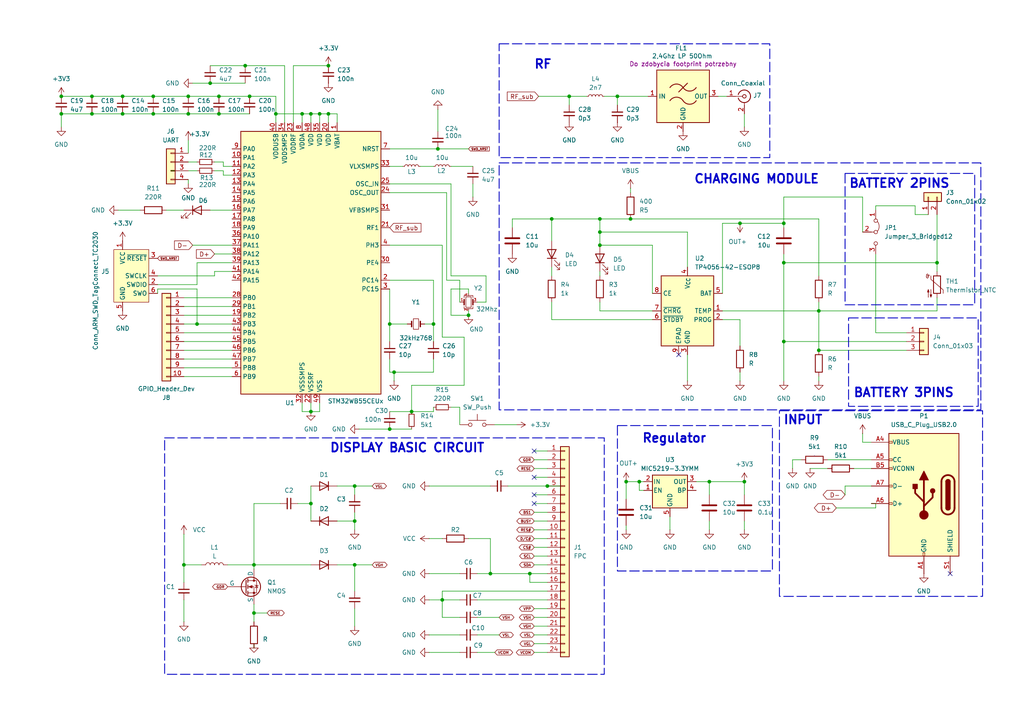
<source format=kicad_sch>
(kicad_sch (version 20250114) (generator "eeschema") (generator_version "9.0")
  (paper "A4")
  (rectangle (start 179.07 123.444) (end 224.028 165.608) (stroke (width 0.254) (type dash)))
  (rectangle (start 246.126 92.202) (end 283.718 117.856) (stroke (width 0.254) (type dash)))
  (rectangle (start 236.22 132.08) (end 236.22 132.08))
  (rectangle (start 144.78 12.7) (end 223.266 45.72) (stroke (width 0.254) (type dash)))
  (rectangle (start 47.752 127) (end 175.26 195.58) (stroke (width 0.254) (type dash)))
  (rectangle (start 226.06 119.126) (end 284.988 172.974) (stroke (width 0.254) (type dash)))
  (rectangle (start 245.11 50.292) (end 282.702 88.392) (stroke (width 0.254) (type dash)))
  (rectangle (start 144.78 47.244) (end 284.48 118.872) (stroke (width 0.254) (type dash)))
  (text "Regulator" (at 195.58 127.254 0) (effects (font (size 2.54 2.54) (thickness 0.508) (bold yes))))
  (text "BATTERY 2PINS" (at 260.858 53.34 0) (effects (font (size 2.54 2.54) (thickness 0.508) (bold yes))))
  (text "BATTERY 3PINS" (at 262.128 114.046 0) (effects (font (size 2.54 2.54) (thickness 0.508) (bold yes))))
  (text "INPUT" (at 232.918 121.92 0) (effects (font (size 2.54 2.54) (thickness 0.508) (bold yes))))
  (text "RF\n" (at 157.48 18.796 0) (effects (font (size 2.54 2.54) (thickness 0.508) (bold yes))))
  (text "CHARGING MODULE" (at 219.456 52.07 0) (effects (font (size 2.54 2.54) (thickness 0.508) (bold yes))))
  (text "DISPLAY BASIC CIRCUIT\n" (at 118.11 130.048 0) (effects (font (size 2.54 2.54) (thickness 0.508) (bold yes))))
  (junction (at 158.75 140.97))
  (junction (at 113.03 124.46))
  (junction (at 90.17 33.02))
  (junction (at 73.66 163.83))
  (junction (at 63.5 27.94))
  (junction (at 205.74 139.7))
  (junction (at 237.49 90.17))
  (junction (at 60.96 24.13))
  (junction (at 95.25 19.05))
  (junction (at 72.39 27.94))
  (junction (at 44.45 33.02))
  (junction (at 17.78 27.94))
  (junction (at 173.99 67.31))
  (junction (at 181.61 139.7))
  (junction (at 63.5 33.02))
  (junction (at 128.27 173.99))
  (junction (at 165.1 27.94))
  (junction (at 92.71 33.02))
  (junction (at 173.99 63.5))
  (junction (at 54.61 27.94))
  (junction (at 113.03 93.98))
  (junction (at 26.67 33.02))
  (junction (at 142.24 166.37))
  (junction (at 26.67 27.94))
  (junction (at 215.9 139.7))
  (junction (at 53.34 163.83))
  (junction (at 90.17 146.05))
  (junction (at 102.87 140.97))
  (junction (at 160.02 63.5))
  (junction (at 102.87 163.83))
  (junction (at 153.67 166.37))
  (junction (at 57.15 93.98))
  (junction (at 17.78 33.02))
  (junction (at 173.99 71.12))
  (junction (at 90.17 119.38))
  (junction (at 227.33 64.77))
  (junction (at 125.73 93.98))
  (junction (at 179.07 27.94))
  (junction (at 44.45 27.94))
  (junction (at 71.12 19.05))
  (junction (at 114.3 107.95))
  (junction (at 54.61 33.02))
  (junction (at 127 43.18))
  (junction (at 214.63 64.77))
  (junction (at 102.87 151.13))
  (junction (at 95.25 33.02))
  (junction (at 35.56 27.94))
  (junction (at 227.33 99.06))
  (junction (at 73.66 177.8))
  (junction (at 182.88 63.5))
  (junction (at 135.89 91.44))
  (junction (at 87.63 33.02))
  (junction (at 237.49 101.6))
  (junction (at 80.01 33.02))
  (junction (at 119.38 119.38))
  (junction (at 271.78 76.2))
  (junction (at 227.33 76.2))
  (junction (at 185.42 139.7))
  (junction (at 35.56 33.02))
  (no_connect (at 154.94 143.51))
  (no_connect (at 154.94 138.43))
  (no_connect (at 196.85 102.87))
  (no_connect (at 154.94 130.81))
  (no_connect (at 154.94 146.05))
  (no_connect (at 275.59 166.37))
  (wire (pts (xy 63.5 33.02) (xy 72.39 33.02)))
  (wire (pts (xy 182.88 63.5) (xy 237.49 63.5)))
  (wire (pts (xy 129.54 55.88) (xy 113.03 55.88)))
  (wire (pts (xy 154.94 148.59) (xy 158.75 148.59)))
  (wire (pts (xy 125.73 119.38) (xy 125.73 118.11)))
  (wire (pts (xy 92.71 116.84) (xy 92.71 119.38)))
  (wire (pts (xy 53.34 91.44) (xy 67.31 91.44)))
  (wire (pts (xy 237.49 101.6) (xy 262.89 101.6)))
  (wire (pts (xy 265.43 62.23) (xy 269.24 62.23)))
  (wire (pts (xy 90.17 146.05) (xy 90.17 151.13)))
  (wire (pts (xy 73.66 146.05) (xy 81.28 146.05)))
  (wire (pts (xy 124.46 189.23) (xy 133.35 189.23)))
  (wire (pts (xy 17.78 33.02) (xy 26.67 33.02)))
  (wire (pts (xy 153.67 166.37) (xy 158.75 166.37)))
  (wire (pts (xy 148.59 66.04) (xy 148.59 63.5)))
  (wire (pts (xy 181.61 139.7) (xy 185.42 139.7)))
  (wire (pts (xy 160.02 77.47) (xy 160.02 80.01)))
  (wire (pts (xy 45.72 83.82) (xy 57.15 83.82)))
  (wire (pts (xy 90.17 33.02) (xy 92.71 33.02)))
  (wire (pts (xy 90.17 140.97) (xy 90.17 146.05)))
  (wire (pts (xy 73.66 163.83) (xy 90.17 163.83)))
  (wire (pts (xy 135.89 91.44) (xy 130.81 91.44)))
  (wire (pts (xy 201.93 139.7) (xy 205.74 139.7)))
  (wire (pts (xy 250.19 57.15) (xy 250.19 67.31)))
  (wire (pts (xy 194.31 149.86) (xy 194.31 153.67)))
  (wire (pts (xy 179.07 27.94) (xy 187.96 27.94)))
  (wire (pts (xy 173.99 63.5) (xy 173.99 67.31)))
  (wire (pts (xy 87.63 33.02) (xy 90.17 33.02)))
  (wire (pts (xy 92.71 119.38) (xy 90.17 119.38)))
  (wire (pts (xy 140.97 80.01) (xy 140.97 87.63)))
  (wire (pts (xy 44.45 27.94) (xy 54.61 27.94)))
  (wire (pts (xy 229.87 133.35) (xy 232.41 133.35)))
  (wire (pts (xy 254 147.32) (xy 242.57 147.32)))
  (wire (pts (xy 205.74 151.13) (xy 205.74 153.67)))
  (wire (pts (xy 113.03 104.14) (xy 113.03 107.95)))
  (wire (pts (xy 80.01 33.02) (xy 87.63 33.02)))
  (wire (pts (xy 181.61 153.67) (xy 181.61 152.4)))
  (wire (pts (xy 102.87 163.83) (xy 107.95 163.83)))
  (wire (pts (xy 53.34 88.9) (xy 67.31 88.9)))
  (wire (pts (xy 85.09 19.05) (xy 95.25 19.05)))
  (wire (pts (xy 87.63 116.84) (xy 87.63 119.38)))
  (wire (pts (xy 48.26 60.96) (xy 53.34 60.96)))
  (wire (pts (xy 53.34 99.06) (xy 67.31 99.06)))
  (wire (pts (xy 154.94 156.21) (xy 158.75 156.21)))
  (wire (pts (xy 125.73 93.98) (xy 125.73 81.28)))
  (wire (pts (xy 97.79 163.83) (xy 102.87 163.83)))
  (wire (pts (xy 85.09 35.56) (xy 85.09 19.05)))
  (wire (pts (xy 189.23 92.71) (xy 160.02 92.71)))
  (wire (pts (xy 102.87 140.97) (xy 107.95 140.97)))
  (wire (pts (xy 45.72 82.55) (xy 57.15 82.55)))
  (wire (pts (xy 80.01 33.02) (xy 80.01 35.56)))
  (wire (pts (xy 173.99 63.5) (xy 182.88 63.5)))
  (wire (pts (xy 227.33 99.06) (xy 227.33 110.49)))
  (wire (pts (xy 90.17 33.02) (xy 90.17 35.56)))
  (wire (pts (xy 53.34 101.6) (xy 67.31 101.6)))
  (wire (pts (xy 250.19 128.27) (xy 252.73 128.27)))
  (wire (pts (xy 129.54 81.28) (xy 129.54 55.88)))
  (wire (pts (xy 154.94 179.07) (xy 158.75 179.07)))
  (wire (pts (xy 55.88 71.12) (xy 67.31 71.12)))
  (wire (pts (xy 97.79 140.97) (xy 102.87 140.97)))
  (wire (pts (xy 104.14 124.46) (xy 113.03 124.46)))
  (wire (pts (xy 215.9 151.13) (xy 215.9 153.67)))
  (wire (pts (xy 250.19 125.73) (xy 250.19 128.27)))
  (wire (pts (xy 147.32 140.97) (xy 158.75 140.97)))
  (wire (pts (xy 60.96 60.96) (xy 67.31 60.96)))
  (wire (pts (xy 215.9 139.7) (xy 215.9 143.51)))
  (wire (pts (xy 182.88 54.61) (xy 182.88 55.88)))
  (wire (pts (xy 60.96 19.05) (xy 71.12 19.05)))
  (wire (pts (xy 113.03 119.38) (xy 119.38 119.38)))
  (wire (pts (xy 154.94 158.75) (xy 158.75 158.75)))
  (wire (pts (xy 173.99 87.63) (xy 173.99 90.17)))
  (wire (pts (xy 214.63 92.71) (xy 214.63 100.33)))
  (wire (pts (xy 102.87 176.53) (xy 102.87 181.61)))
  (wire (pts (xy 128.27 173.99) (xy 133.35 173.99)))
  (wire (pts (xy 181.61 139.7) (xy 181.61 144.78)))
  (wire (pts (xy 130.81 53.34) (xy 130.81 80.01)))
  (wire (pts (xy 128.27 179.07) (xy 128.27 173.99)))
  (wire (pts (xy 158.75 171.45) (xy 128.27 171.45)))
  (wire (pts (xy 128.27 71.12) (xy 128.27 97.79)))
  (wire (pts (xy 102.87 148.59) (xy 102.87 151.13)))
  (wire (pts (xy 153.67 168.91) (xy 153.67 166.37)))
  (wire (pts (xy 77.47 177.8) (xy 73.66 177.8)))
  (wire (pts (xy 92.71 33.02) (xy 92.71 35.56)))
  (wire (pts (xy 137.16 53.34) (xy 137.16 57.15)))
  (wire (pts (xy 124.46 184.15) (xy 133.35 184.15)))
  (wire (pts (xy 265.43 59.69) (xy 265.43 62.23)))
  (wire (pts (xy 170.18 27.94) (xy 165.1 27.94)))
  (wire (pts (xy 209.55 90.17) (xy 237.49 90.17)))
  (wire (pts (xy 140.97 87.63) (xy 138.43 87.63)))
  (wire (pts (xy 80.01 27.94) (xy 80.01 33.02)))
  (wire (pts (xy 114.3 107.95) (xy 114.3 110.49)))
  (wire (pts (xy 62.23 46.99) (xy 64.77 46.99)))
  (wire (pts (xy 234.95 135.89) (xy 240.03 135.89)))
  (wire (pts (xy 125.73 93.98) (xy 125.73 99.06)))
  (wire (pts (xy 86.36 146.05) (xy 90.17 146.05)))
  (wire (pts (xy 237.49 90.17) (xy 271.78 90.17)))
  (wire (pts (xy 62.23 49.53) (xy 64.77 49.53)))
  (wire (pts (xy 154.94 146.05) (xy 158.75 146.05)))
  (wire (pts (xy 252.73 146.05) (xy 254 146.05)))
  (wire (pts (xy 209.55 64.77) (xy 214.63 64.77)))
  (wire (pts (xy 208.28 27.94) (xy 210.82 27.94)))
  (wire (pts (xy 130.81 48.26) (xy 137.16 48.26)))
  (wire (pts (xy 53.34 96.52) (xy 67.31 96.52)))
  (wire (pts (xy 237.49 63.5) (xy 237.49 80.01)))
  (wire (pts (xy 73.66 180.34) (xy 73.66 177.8)))
  (wire (pts (xy 247.65 135.89) (xy 252.73 135.89)))
  (wire (pts (xy 160.02 63.5) (xy 173.99 63.5)))
  (wire (pts (xy 160.02 63.5) (xy 160.02 69.85)))
  (wire (pts (xy 154.94 189.23) (xy 158.75 189.23)))
  (wire (pts (xy 134.62 97.79) (xy 134.62 111.76)))
  (wire (pts (xy 113.03 71.12) (xy 128.27 71.12)))
  (wire (pts (xy 95.25 33.02) (xy 95.25 35.56)))
  (wire (pts (xy 254 96.52) (xy 262.89 96.52)))
  (wire (pts (xy 64.77 49.53) (xy 64.77 50.8)))
  (wire (pts (xy 113.03 107.95) (xy 114.3 107.95)))
  (wire (pts (xy 154.94 138.43) (xy 158.75 138.43)))
  (wire (pts (xy 124.46 156.21) (xy 128.27 156.21)))
  (wire (pts (xy 154.94 151.13) (xy 158.75 151.13)))
  (wire (pts (xy 130.81 91.44) (xy 130.81 83.82)))
  (wire (pts (xy 127 31.75) (xy 127 38.1)))
  (wire (pts (xy 35.56 27.94) (xy 44.45 27.94)))
  (wire (pts (xy 271.78 90.17) (xy 271.78 86.36)))
  (wire (pts (xy 165.1 27.94) (xy 165.1 30.48)))
  (wire (pts (xy 87.63 35.56) (xy 87.63 33.02)))
  (wire (pts (xy 119.38 111.76) (xy 119.38 119.38)))
  (wire (pts (xy 138.43 184.15) (xy 144.78 184.15)))
  (wire (pts (xy 97.79 33.02) (xy 95.25 33.02)))
  (wire (pts (xy 124.46 140.97) (xy 142.24 140.97)))
  (wire (pts (xy 113.03 124.46) (xy 119.38 124.46)))
  (wire (pts (xy 64.77 48.26) (xy 67.31 48.26)))
  (wire (pts (xy 245.11 140.97) (xy 252.73 140.97)))
  (wire (pts (xy 254 59.69) (xy 254 60.96)))
  (wire (pts (xy 154.94 130.81) (xy 158.75 130.81)))
  (wire (pts (xy 102.87 143.51) (xy 102.87 140.97)))
  (wire (pts (xy 133.35 87.63) (xy 133.35 81.28)))
  (wire (pts (xy 160.02 87.63) (xy 160.02 92.71)))
  (wire (pts (xy 82.55 35.56) (xy 82.55 19.05)))
  (wire (pts (xy 45.72 83.82) (xy 45.72 85.09)))
  (wire (pts (xy 113.03 53.34) (xy 130.81 53.34)))
  (wire (pts (xy 124.46 166.37) (xy 133.35 166.37)))
  (wire (pts (xy 254 59.69) (xy 265.43 59.69)))
  (wire (pts (xy 205.74 139.7) (xy 215.9 139.7)))
  (wire (pts (xy 95.25 33.02) (xy 92.71 33.02)))
  (wire (pts (xy 121.92 48.26) (xy 125.73 48.26)))
  (wire (pts (xy 53.34 93.98) (xy 57.15 93.98)))
  (wire (pts (xy 113.03 93.98) (xy 118.11 93.98)))
  (wire (pts (xy 173.99 78.74) (xy 173.99 80.01)))
  (wire (pts (xy 179.07 27.94) (xy 179.07 30.48)))
  (wire (pts (xy 227.33 76.2) (xy 271.78 76.2)))
  (wire (pts (xy 175.26 27.94) (xy 179.07 27.94)))
  (wire (pts (xy 73.66 163.83) (xy 73.66 146.05)))
  (wire (pts (xy 173.99 67.31) (xy 199.39 67.31)))
  (wire (pts (xy 237.49 109.22) (xy 237.49 110.49)))
  (wire (pts (xy 186.69 142.24) (xy 185.42 142.24)))
  (wire (pts (xy 240.03 133.35) (xy 252.73 133.35)))
  (wire (pts (xy 26.67 33.02) (xy 35.56 33.02)))
  (wire (pts (xy 154.94 135.89) (xy 158.75 135.89)))
  (wire (pts (xy 205.74 139.7) (xy 205.74 143.51)))
  (wire (pts (xy 114.3 107.95) (xy 125.73 107.95)))
  (wire (pts (xy 130.81 80.01) (xy 140.97 80.01)))
  (wire (pts (xy 173.99 90.17) (xy 189.23 90.17)))
  (wire (pts (xy 97.79 35.56) (xy 97.79 33.02)))
  (wire (pts (xy 45.72 80.01) (xy 62.23 80.01)))
  (wire (pts (xy 60.96 24.13) (xy 71.12 24.13)))
  (wire (pts (xy 54.61 33.02) (xy 63.5 33.02)))
  (wire (pts (xy 154.94 163.83) (xy 158.75 163.83)))
  (wire (pts (xy 66.04 163.83) (xy 73.66 163.83)))
  (wire (pts (xy 209.55 92.71) (xy 214.63 92.71)))
  (wire (pts (xy 154.94 181.61) (xy 158.75 181.61)))
  (wire (pts (xy 55.88 24.13) (xy 60.96 24.13)))
  (wire (pts (xy 154.94 133.35) (xy 158.75 133.35)))
  (wire (pts (xy 214.63 107.95) (xy 214.63 110.49)))
  (wire (pts (xy 128.27 97.79) (xy 134.62 97.79)))
  (wire (pts (xy 53.34 86.36) (xy 67.31 86.36)))
  (wire (pts (xy 102.87 171.45) (xy 102.87 163.83)))
  (wire (pts (xy 54.61 46.99) (xy 57.15 46.99)))
  (wire (pts (xy 245.11 143.51) (xy 245.11 140.97)))
  (wire (pts (xy 254 73.66) (xy 254 96.52)))
  (wire (pts (xy 154.94 186.69) (xy 158.75 186.69)))
  (wire (pts (xy 73.66 163.83) (xy 73.66 165.1)))
  (wire (pts (xy 185.42 139.7) (xy 185.42 142.24)))
  (wire (pts (xy 237.49 90.17) (xy 237.49 101.6)))
  (wire (pts (xy 102.87 153.67) (xy 102.87 151.13)))
  (wire (pts (xy 125.73 81.28) (xy 113.03 81.28)))
  (wire (pts (xy 143.51 123.19) (xy 149.86 123.19)))
  (wire (pts (xy 90.17 116.84) (xy 90.17 119.38)))
  (wire (pts (xy 134.62 111.76) (xy 119.38 111.76)))
  (wire (pts (xy 227.33 99.06) (xy 262.89 99.06)))
  (wire (pts (xy 53.34 154.94) (xy 53.34 163.83)))
  (wire (pts (xy 62.23 78.74) (xy 67.31 78.74)))
  (wire (pts (xy 135.89 83.82) (xy 135.89 85.09)))
  (wire (pts (xy 113.03 48.26) (xy 116.84 48.26)))
  (wire (pts (xy 113.03 99.06) (xy 113.03 93.98)))
  (wire (pts (xy 54.61 27.94) (xy 63.5 27.94)))
  (wire (pts (xy 138.43 179.07) (xy 144.78 179.07)))
  (wire (pts (xy 215.9 33.02) (xy 215.9 36.83)))
  (wire (pts (xy 54.61 52.07) (xy 54.61 53.34)))
  (wire (pts (xy 237.49 87.63) (xy 237.49 90.17)))
  (wire (pts (xy 64.77 46.99) (xy 64.77 48.26)))
  (wire (pts (xy 135.89 156.21) (xy 142.24 156.21)))
  (wire (pts (xy 173.99 67.31) (xy 173.99 71.12)))
  (wire (pts (xy 17.78 27.94) (xy 26.67 27.94)))
  (wire (pts (xy 26.67 27.94) (xy 35.56 27.94)))
  (wire (pts (xy 71.12 19.05) (xy 82.55 19.05)))
  (wire (pts (xy 142.24 156.21) (xy 142.24 166.37)))
  (wire (pts (xy 34.29 60.96) (xy 40.64 60.96)))
  (wire (pts (xy 199.39 102.87) (xy 199.39 110.49)))
  (wire (pts (xy 209.55 64.77) (xy 209.55 85.09)))
  (wire (pts (xy 185.42 139.7) (xy 186.69 139.7)))
  (wire (pts (xy 53.34 104.14) (xy 67.31 104.14)))
  (wire (pts (xy 154.94 184.15) (xy 158.75 184.15)))
  (wire (pts (xy 138.43 166.37) (xy 142.24 166.37)))
  (wire (pts (xy 156.21 27.94) (xy 165.1 27.94)))
  (wire (pts (xy 63.5 27.94) (xy 72.39 27.94)))
  (wire (pts (xy 57.15 76.2) (xy 67.31 76.2)))
  (wire (pts (xy 128.27 171.45) (xy 128.27 173.99)))
  (wire (pts (xy 148.59 63.5) (xy 160.02 63.5)))
  (wire (pts (xy 53.34 163.83) (xy 58.42 163.83)))
  (wire (pts (xy 227.33 64.77) (xy 227.33 66.04)))
  (wire (pts (xy 189.23 71.12) (xy 173.99 71.12)))
  (wire (pts (xy 154.94 176.53) (xy 158.75 176.53)))
  (wire (pts (xy 53.34 173.99) (xy 53.34 180.34)))
  (wire (pts (xy 123.19 93.98) (xy 125.73 93.98)))
  (wire (pts (xy 127 43.18) (xy 135.89 43.18)))
  (wire (pts (xy 57.15 82.55) (xy 57.15 76.2)))
  (wire (pts (xy 64.77 50.8) (xy 67.31 50.8)))
  (wire (pts (xy 49.53 49.53) (xy 50.8 49.53)))
  (wire (pts (xy 133.35 179.07) (xy 128.27 179.07)))
  (wire (pts (xy 97.79 151.13) (xy 102.87 151.13)))
  (wire (pts (xy 73.66 187.96) (xy 73.66 186.69)))
  (wire (pts (xy 142.24 166.37) (xy 153.67 166.37)))
  (wire (pts (xy 158.75 140.97) (xy 162.56 140.97)))
  (wire (pts (xy 87.63 119.38) (xy 90.17 119.38)))
  (wire (pts (xy 227.33 73.66) (xy 227.33 76.2)))
  (wire (pts (xy 133.35 118.11) (xy 133.35 123.19)))
  (wire (pts (xy 199.39 67.31) (xy 199.39 77.47)))
  (wire (pts (xy 271.78 62.23) (xy 271.78 76.2)))
  (wire (pts (xy 158.75 168.91) (xy 153.67 168.91)))
  (wire (pts (xy 44.45 33.02) (xy 54.61 33.02)))
  (wire (pts (xy 73.66 177.8) (xy 73.66 175.26)))
  (wire (pts (xy 125.73 107.95) (xy 125.73 104.14)))
  (wire (pts (xy 113.03 83.82) (xy 113.03 93.98)))
  (wire (pts (xy 130.81 83.82) (xy 135.89 83.82)))
  (wire (pts (xy 62.23 80.01) (xy 62.23 78.74)))
  (wire (pts (xy 138.43 189.23) (xy 143.51 189.23)))
  (wire (pts (xy 214.63 64.77) (xy 227.33 64.77)))
  (wire (pts (xy 72.39 27.94) (xy 80.01 27.94)))
  (wire (pts (xy 154.94 153.67) (xy 158.75 153.67)))
  (wire (pts (xy 135.89 90.17) (xy 135.89 91.44)))
  (wire (pts (xy 119.38 119.38) (xy 125.73 119.38)))
  (wire (pts (xy 130.81 118.11) (xy 133.35 118.11)))
  (wire (pts (xy 227.33 64.77) (xy 227.33 57.15)))
  (wire (pts (xy 254 146.05) (xy 254 147.32)))
  (wire (pts (xy 227.33 57.15) (xy 250.19 57.15)))
  (wire (pts (xy 57.15 83.82) (xy 57.15 93.98)))
  (wire (pts (xy 53.34 106.68) (xy 67.31 106.68)))
  (wire (pts (xy 17.78 36.83) (xy 17.78 33.02)))
  (wire (pts (xy 113.03 43.18) (xy 127 43.18)))
  (wire (pts (xy 54.61 40.64) (xy 54.61 44.45)))
  (wire (pts (xy 35.56 33.02) (xy 44.45 33.02)))
  (wire (pts (xy 189.23 85.09) (xy 189.23 71.12)))
  (wire (pts (xy 133.35 81.28) (xy 129.54 81.28)))
  (wire (pts (xy 154.94 143.51) (xy 158.75 143.51)))
  (wire (pts (xy 53.34 168.91) (xy 53.34 163.83)))
  (wire (pts (xy 57.15 93.98) (xy 67.31 93.98)))
  (wire (pts (xy 154.94 161.29) (xy 158.75 161.29)))
  (wire (pts (xy 124.46 173.99) (xy 128.27 173.99)))
  (wire (pts (xy 227.33 76.2) (xy 227.33 99.06)))
  (wire (pts (xy 138.43 173.99) (xy 158.75 173.99)))
  (wire (pts (xy 229.87 135.89) (xy 229.87 133.35)))
  (wire (pts (xy 53.34 109.22) (xy 67.31 109.22)))
  (wire (pts (xy 54.61 49.53) (xy 57.15 49.53)))
  (wire (pts (xy 62.23 73.66) (xy 67.31 73.66)))
  (wire (pts (xy 271.78 76.2) (xy 271.78 78.74)))
  (global_label "VGH" (shape bidirectional) (at 107.95 163.83 0) (effects (font (size 0.762 0.762))) (property "Intersheetrefs" "${INTERSHEET_REFS}" (effects (hide yes))))
  (global_label "RES#" (shape bidirectional) (at 154.94 153.67 180) (effects (font (size 0.762 0.762))) (property "Intersheetrefs" "${INTERSHEET_REFS}" (effects (hide yes))))
  (global_label "D-" (shape input) (at 55.88 71.12 180) (property "Intersheetrefs" "${INTERSHEET_REFS}" (effects (hide yes))))
  (global_label "VCOM" (shape bidirectional) (at 143.51 189.23 0) (effects (font (size 0.762 0.762))) (property "Intersheetrefs" "${INTERSHEET_REFS}" (effects (hide yes))))
  (global_label "RESE" (shape bidirectional) (at 77.47 177.8 0) (effects (font (size 0.762 0.762))) (property "Intersheetrefs" "${INTERSHEET_REFS}" (effects (hide yes))))
  (global_label "VCOM" (shape bidirectional) (at 154.94 189.23 180) (effects (font (size 0.762 0.762))) (property "Intersheetrefs" "${INTERSHEET_REFS}" (effects (hide yes))))
  (global_label "SWD_NRST" (shape input) (at 45.72 74.93 0) (effects (font (size 0.635 0.635))) (property "Intersheetrefs" "${INTERSHEET_REFS}" (effects (hide yes))))
  (global_label "VSL" (shape bidirectional) (at 154.94 184.15 180) (effects (font (size 0.762 0.762))) (property "Intersheetrefs" "${INTERSHEET_REFS}" (effects (hide yes))))
  (global_label "GDR" (shape bidirectional) (at 154.94 133.35 180) (effects (font (size 0.762 0.762))) (property "Intersheetrefs" "${INTERSHEET_REFS}" (effects (hide yes))))
  (global_label "D+" (shape input) (at 62.23 73.66 180) (property "Intersheetrefs" "${INTERSHEET_REFS}" (effects (hide yes))))
  (global_label "D+" (shape bidirectional) (at 242.57 147.32 180) (property "Intersheetrefs" "${INTERSHEET_REFS}" (effects (hide yes))))
  (global_label "CS#" (shape bidirectional) (at 154.94 158.75 180) (effects (font (size 0.762 0.762))) (property "Intersheetrefs" "${INTERSHEET_REFS}" (effects (hide yes))))
  (global_label "BS1" (shape bidirectional) (at 154.94 148.59 180) (effects (font (size 0.762 0.762))) (property "Intersheetrefs" "${INTERSHEET_REFS}" (effects (hide yes))))
  (global_label "VGH" (shape bidirectional) (at 154.94 181.61 180) (effects (font (size 0.762 0.762))) (property "Intersheetrefs" "${INTERSHEET_REFS}" (effects (hide yes))))
  (global_label "VGL" (shape bidirectional) (at 154.94 186.69 180) (effects (font (size 0.762 0.762))) (property "Intersheetrefs" "${INTERSHEET_REFS}" (effects (hide yes))))
  (global_label "SCL" (shape bidirectional) (at 154.94 161.29 180) (effects (font (size 0.762 0.762))) (property "Intersheetrefs" "${INTERSHEET_REFS}" (effects (hide yes))))
  (global_label "GDR" (shape bidirectional) (at 66.04 170.18 180) (effects (font (size 0.762 0.762))) (property "Intersheetrefs" "${INTERSHEET_REFS}" (effects (hide yes))))
  (global_label "BUSY" (shape bidirectional) (at 154.94 151.13 180) (effects (font (size 0.762 0.762))) (property "Intersheetrefs" "${INTERSHEET_REFS}" (effects (hide yes))))
  (global_label "VPP" (shape bidirectional) (at 154.94 176.53 180) (effects (font (size 0.762 0.762))) (property "Intersheetrefs" "${INTERSHEET_REFS}" (effects (hide yes))))
  (global_label "VSH" (shape bidirectional) (at 144.78 179.07 0) (effects (font (size 0.762 0.762))) (property "Intersheetrefs" "${INTERSHEET_REFS}" (effects (hide yes))))
  (global_label "SWD_NRST" (shape input) (at 135.89 43.18 0) (effects (font (size 0.635 0.635))) (property "Intersheetrefs" "${INTERSHEET_REFS}" (effects (hide yes))))
  (global_label "RF_sub" (shape input) (at 156.21 27.94 180) (property "Intersheetrefs" "${INTERSHEET_REFS}" (effects (hide yes))))
  (global_label "VSL" (shape bidirectional) (at 144.78 184.15 0) (effects (font (size 0.762 0.762))) (property "Intersheetrefs" "${INTERSHEET_REFS}" (effects (hide yes))))
  (global_label "D{slash}C#" (shape bidirectional) (at 154.94 156.21 180) (effects (font (size 0.762 0.762))) (property "Intersheetrefs" "${INTERSHEET_REFS}" (effects (hide yes))))
  (global_label "RF_sub" (shape input) (at 113.03 66.04 0) (property "Intersheetrefs" "${INTERSHEET_REFS}" (effects (hide yes))))
  (global_label "VSH" (shape bidirectional) (at 154.94 179.07 180) (effects (font (size 0.762 0.762))) (property "Intersheetrefs" "${INTERSHEET_REFS}" (effects (hide yes))))
  (global_label "RESE" (shape bidirectional) (at 154.94 135.89 180) (effects (font (size 0.762 0.762))) (property "Intersheetrefs" "${INTERSHEET_REFS}" (effects (hide yes))))
  (global_label "D-" (shape bidirectional) (at 245.11 143.51 180) (property "Intersheetrefs" "${INTERSHEET_REFS}" (effects (hide yes))))
  (global_label "VGL" (shape bidirectional) (at 107.95 140.97 0) (effects (font (size 0.762 0.762))) (property "Intersheetrefs" "${INTERSHEET_REFS}" (effects (hide yes))))
  (global_label "SDA" (shape bidirectional) (at 154.94 163.83 180) (effects (font (size 0.762 0.762))) (property "Intersheetrefs" "${INTERSHEET_REFS}" (effects (hide yes))))
  (symbol (lib_id "power:GND") (at 124.46 189.23 270) (unit 1)
    (property "Reference" "#PWR010" (effects (hide yes)))
    (property "Value" "GND" (at 120.65 189.2299 90) (effects (justify right)))
    (property "Description" "Power symbol creates a global label with name \"GND\" , ground" (effects (hide yes)))
  )
  (symbol (lib_id "Connector_Generic:Conn_01x02") (at 269.24 57.15 90) (unit 1)
    (property "Reference" "J3" (at 274.32 55.8799 90) (effects (justify right)))
    (property "Value" "Conn_01x02" (at 274.32 58.4199 90) (effects (justify right)))
    (property "Description" "Generic connector, single row, 01x02, script generated (kicad-library-utils/schlib/autogen/connector/)" (effects (hide yes)))
  )
  (symbol (lib_id "power:GND") (at 179.07 35.56 0) (unit 1)
    (property "Reference" "#PWR050" (effects (hide yes)))
    (property "Value" "GND" (at 179.07 40.64 0))
    (property "Description" "Power symbol creates a global label with name \"GND\" , ground" (effects (hide yes)))
  )
  (symbol (lib_id "Device:C_Small") (at 113.03 101.6 0) (unit 1)
    (property "Reference" "C27" (at 115.57 100.3362 0) (effects (justify left)))
    (property "Value" "10p" (at 115.57 102.8762 0) (effects (justify left)))
    (property "Description" "Unpolarized capacitor, small symbol" (effects (hide yes)))
  )
  (symbol (lib_id "Device:C_Small") (at 137.16 50.8 0) (unit 1)
    (property "Reference" "C25" (at 139.7 49.5362 0) (effects (justify left)))
    (property "Value" "4u7" (at 139.7 52.0762 0) (effects (justify left)))
    (property "Description" "Unpolarized capacitor, small symbol" (effects (hide yes)))
  )
  (symbol (lib_id "Device:R") (at 182.88 59.69 0) (mirror x) (unit 1)
    (property "Reference" "R5" (at 185.42 60.9601 0) (effects (justify left)))
    (property "Value" "400" (at 185.42 58.4201 0) (effects (justify left)))
    (property "Description" "Resistor" (effects (hide yes)))
  )
  (symbol (lib_id "Connector_Generic:Conn_01x03") (at 267.97 99.06 0) (unit 1)
    (property "Reference" "J4" (at 270.51 97.7899 0) (effects (justify left)))
    (property "Value" "Conn_01x03" (at 270.51 100.3299 0) (effects (justify left)))
    (property "Description" "Generic connector, single row, 01x03, script generated (kicad-library-utils/schlib/autogen/connector/)" (effects (hide yes)))
  )
  (symbol (lib_id "Device:C_Small") (at 60.96 21.59 0) (unit 1)
    (property "Reference" "C22" (at 63.5 20.3262 0) (effects (justify left)))
    (property "Value" "4u7" (at 63.5 22.8662 0) (effects (justify left)))
    (property "Description" "Unpolarized capacitor, small symbol" (effects (hide yes)))
  )
  (symbol (lib_id "power:GND") (at 229.87 135.89 0) (unit 1)
    (property "Reference" "#PWR020" (effects (hide yes)))
    (property "Value" "GND" (at 229.87 140.97 0))
    (property "Description" "Power symbol creates a global label with name \"GND\" , ground" (effects (hide yes)))
  )
  (symbol (lib_id "Device:Crystal_GND24_Small") (at 135.89 87.63 0) (unit 1)
    (property "Reference" "Y2" (at 138.684 83.566 0))
    (property "Value" "32Mhz" (at 141.224 89.662 0))
    (property "Description" "Four pin crystal, GND on pins 2 and 4, small symbol" (effects (hide yes)))
  )
  (symbol (lib_id "Device:C_Small") (at 44.45 30.48 0) (unit 1)
    (property "Reference" "C15" (at 46.99 29.2162 0) (effects (justify left)))
    (property "Value" "100n" (at 46.99 31.7562 0) (effects (justify left)))
    (property "Description" "Unpolarized capacitor, small symbol" (effects (hide yes)))
  )
  (symbol (lib_id "Simulation_SPICE:NMOS") (at 71.12 170.18 0) (unit 1)
    (property "Reference" "Q1" (at 77.47 168.9099 0) (effects (justify left)))
    (property "Value" "NMOS" (at 77.47 171.4499 0) (effects (justify left)))
    (property "Datasheet" "https://ngspice.sourceforge.io/docs/ngspice-html-manual/manual.xhtml#cha_MOSFETs" (effects (hide yes)))
    (property "Description" "N-MOSFET transistor, drain/source/gate" (effects (hide yes)))
    (property "Sim.Device" "NMOS" (effects (hide yes)))
    (property "Sim.Type" "VDMOS" (effects (hide yes)))
    (property "Sim.Pins" "1=D 2=G 3=S" (effects (hide yes)))
  )
  (symbol (lib_id "Device:R_Small") (at 59.69 46.99 90) (unit 1)
    (property "Reference" "R12" (at 59.69 44.958 90))
    (property "Value" "220R" (at 60.198 42.926 90))
    (property "Description" "Resistor, small symbol" (effects (hide yes)))
  )
  (symbol (lib_id "Connector_Generic:Conn_01x04") (at 49.53 46.99 0) (mirror y) (unit 1)
    (property "Reference" "J6" (at 49.53 38.1 0))
    (property "Value" "UART" (at 49.53 40.64 0))
    (property "Description" "Generic connector, single row, 01x04, script generated (kicad-library-utils/schlib/autogen/connector/)" (effects (hide yes)))
  )
  (symbol (lib_id "Device:C_Small") (at 63.5 30.48 0) (unit 1)
    (property "Reference" "C17" (at 66.04 29.2162 0) (effects (justify left)))
    (property "Value" "100n" (at 66.04 31.7562 0) (effects (justify left)))
    (property "Description" "Unpolarized capacitor, small symbol" (effects (hide yes)))
  )
  (symbol (lib_id "Device:C_Small") (at 71.12 21.59 0) (unit 1)
    (property "Reference" "C21" (at 73.66 20.3262 0) (effects (justify left)))
    (property "Value" "100n" (at 73.66 22.8662 0) (effects (justify left)))
    (property "Description" "Unpolarized capacitor, small symbol" (effects (hide yes)))
  )
  (symbol (lib_id "power:GND") (at 127 31.75 180) (unit 1)
    (property "Reference" "#PWR036" (effects (hide yes)))
    (property "Value" "GND" (at 127 26.67 0))
    (property "Description" "Power symbol creates a global label with name \"GND\" , ground" (effects (hide yes)))
  )
  (symbol (lib_id "power:GND") (at 194.31 153.67 0) (unit 1)
    (property "Reference" "#PWR051" (effects (hide yes)))
    (property "Value" "GND" (at 194.31 158.75 0))
    (property "Description" "Power symbol creates a global label with name \"GND\" , ground" (effects (hide yes)))
  )
  (symbol (lib_id "Device:R") (at 236.22 133.35 90) (unit 1)
    (property "Reference" "R9" (at 236.22 127 90))
    (property "Value" "5k1" (at 236.22 129.54 90))
    (property "Description" "Resistor" (effects (hide yes)))
  )
  (symbol (lib_id "power:GND") (at 198.12 38.1 0) (unit 1)
    (property "Reference" "#PWR040" (effects (hide yes)))
    (property "Value" "GND" (at 198.12 43.18 0))
    (property "Description" "Power symbol creates a global label with name \"GND\" , ground" (effects (hide yes)))
  )
  (symbol (lib_id "power:GND") (at 17.78 36.83 0) (unit 1)
    (property "Reference" "#PWR026" (effects (hide yes)))
    (property "Value" "GND" (at 17.78 41.91 0))
    (property "Description" "Power symbol creates a global label with name \"GND\" , ground" (effects (hide yes)))
  )
  (symbol (lib_id "Device:LED") (at 173.99 74.93 90) (unit 1)
    (property "Reference" "D5" (at 177.8 75.2474 90) (effects (justify right)))
    (property "Value" "LED" (at 177.8 77.7874 90) (effects (justify right)))
    (property "Description" "Light emitting diode" (effects (hide yes)))
    (property "Sim.Pins" "1=K 2=A" (effects (hide yes)))
  )
  (symbol (lib_id "power:GND") (at 53.34 180.34 0) (unit 1)
    (property "Reference" "#PWR044" (effects (hide yes)))
    (property "Value" "GND" (at 53.34 185.42 0))
    (property "Description" "Power symbol creates a global label with name \"GND\" , ground" (effects (hide yes)))
  )
  (symbol (lib_id "Device:LED") (at 57.15 60.96 0) (unit 1)
    (property "Reference" "D6" (at 58.928 58.166 0))
    (property "Value" "LED" (effects (hide yes)))
    (property "Description" "Light emitting diode" (effects (hide yes)))
    (property "Sim.Pins" "1=K 2=A" (effects (hide yes)))
  )
  (symbol (lib_id "MCU_ST_STM32WB:STM32WB55CEUx") (at 90.17 76.2 0) (mirror y) (unit 1)
    (property "Reference" "U1" (at 85.4867 116.84 0) (effects (justify left)))
    (property "Value" "STM32WB55CEUx" (at 111.252 116.332 0) (effects (justify left)))
    (property "Footprint" "Package_DFN_QFN:QFN-48-1EP_7x7mm_P0.5mm_EP5.6x5.6mm" (effects (hide yes)))
    (property "Datasheet" "https://www.st.com/resource/en/datasheet/stm32wb55ce.pdf" (effects (hide yes)))
    (property "Description" "STMicroelectronics Arm Cortex-M4 MCU, 512KB flash, 256KB RAM, 64 MHz, 1.71-3.6V, 30 GPIO, UFQFPN48" (effects (hide yes)))
  )
  (symbol (lib_id "Device:R_Small") (at 119.38 121.92 0) (unit 1)
    (property "Reference" "R14" (at 121.92 120.6499 0) (effects (justify left)))
    (property "Value" "5k1" (at 121.92 123.1899 0) (effects (justify left)))
    (property "Description" "Resistor, small symbol" (effects (hide yes)))
  )
  (symbol (lib_id "Device:C_Small") (at 35.56 30.48 0) (unit 1)
    (property "Reference" "C14" (at 38.1 29.2162 0) (effects (justify left)))
    (property "Value" "100n" (at 38.1 31.7562 0) (effects (justify left)))
    (property "Description" "Unpolarized capacitor, small symbol" (effects (hide yes)))
  )
  (symbol (lib_id "Device:C_Small") (at 135.89 173.99 90) (unit 1)
    (property "Reference" "C7" (at 138.43 172.72 90))
    (property "Value" "C_Small" (effects (hide yes)))
    (property "Description" "Unpolarized capacitor, small symbol" (effects (hide yes)))
  )
  (symbol (lib_id "power:GND") (at 199.39 110.49 0) (unit 1)
    (property "Reference" "#PWR014" (effects (hide yes)))
    (property "Value" "GND" (at 199.39 115.57 0))
    (property "Description" "Power symbol creates a global label with name \"GND\" , ground" (effects (hide yes)))
  )
  (symbol (lib_id "Device:C_Small") (at 127 40.64 0) (unit 1)
    (property "Reference" "C24" (at 129.032 37.338 0) (effects (justify left)))
    (property "Value" "100n" (at 129.032 39.37 0) (effects (justify left)))
    (property "Description" "Unpolarized capacitor, small symbol" (effects (hide yes)))
  )
  (symbol (lib_id "power:GND") (at 267.97 166.37 0) (unit 1)
    (property "Reference" "#PWR021" (effects (hide yes)))
    (property "Value" "GND" (at 267.97 171.45 0))
    (property "Description" "Power symbol creates a global label with name \"GND\" , ground" (effects (hide yes)))
  )
  (symbol (lib_id "Connector:USB_C_Plug_USB2.0") (at 267.97 143.51 0) (mirror y) (unit 1)
    (property "Reference" "P1" (at 267.97 120.65 0))
    (property "Value" "USB_C_Plug_USB2.0" (at 267.97 123.19 0))
    (property "Datasheet" "https://www.usb.org/sites/default/files/documents/usb_type-c.zip" (effects (hide yes)))
    (property "Description" "USB 2.0-only Type-C Plug connector" (effects (hide yes)))
  )
  (symbol (lib_id "Device:C") (at 181.61 148.59 0) (unit 1)
    (property "Reference" "C31" (at 185.42 147.3199 0) (effects (justify left)))
    (property "Value" "10u" (at 185.42 149.8599 0) (effects (justify left)))
    (property "Description" "Unpolarized capacitor" (effects (hide yes)))
  )
  (symbol (lib_id "power:GND") (at 215.9 153.67 0) (unit 1)
    (property "Reference" "#PWR053" (effects (hide yes)))
    (property "Value" "GND" (at 215.9 158.75 0))
    (property "Description" "Power symbol creates a global label with name \"GND\" , ground" (effects (hide yes)))
  )
  (symbol (lib_id "power:GND") (at 214.63 110.49 0) (unit 1)
    (property "Reference" "#PWR015" (effects (hide yes)))
    (property "Value" "GND" (at 214.63 115.57 0))
    (property "Description" "Power symbol creates a global label with name \"GND\" , ground" (effects (hide yes)))
  )
  (symbol (lib_id "Device:C_Small") (at 54.61 30.48 0) (unit 1)
    (property "Reference" "C16" (at 57.15 29.2162 0) (effects (justify left)))
    (property "Value" "100n" (at 57.15 31.7562 0) (effects (justify left)))
    (property "Description" "Unpolarized capacitor, small symbol" (effects (hide yes)))
  )
  (symbol (lib_name "C_Small_1") (lib_id "Device:C_Small") (at 102.87 173.99 0) (mirror x) (unit 1)
    (property "Reference" "C4" (at 100.33 172.7135 0) (effects (justify right)))
    (property "Value" "C_Small" (effects (hide yes)))
    (property "Description" "Unpolarized capacitor, small symbol" (effects (hide yes)))
  )
  (symbol (lib_id "Device:C_Small") (at 165.1 33.02 0) (unit 1)
    (property "Reference" "C28" (at 167.64 31.7562 0) (effects (justify left)))
    (property "Value" "0p3" (at 167.64 34.2962 0) (effects (justify left)))
    (property "Description" "Unpolarized capacitor, small symbol" (effects (hide yes)))
  )
  (symbol (lib_id "power:GND") (at 104.14 124.46 270) (unit 1)
    (property "Reference" "#PWR043" (effects (hide yes)))
    (property "Value" "GND" (at 100.33 124.4599 90) (effects (justify right)))
    (property "Description" "Power symbol creates a global label with name \"GND\" , ground" (effects (hide yes)))
  )
  (symbol (lib_id "Device:Crystal_Small") (at 120.65 93.98 0) (unit 1)
    (property "Reference" "Y1" (at 120.65 87.63 0))
    (property "Value" "32kHz768" (at 120.65 98.044 0))
    (property "Description" "Two pin crystal, small symbol" (effects (hide yes)))
  )
  (symbol (lib_id "Device:R") (at 243.84 135.89 90) (unit 1)
    (property "Reference" "R10" (at 243.84 129.54 90))
    (property "Value" "5k1" (at 243.84 132.08 90))
    (property "Description" "Resistor" (effects (hide yes)))
  )
  (symbol (lib_id "Device:LED") (at 160.02 73.66 90) (unit 1)
    (property "Reference" "D4" (at 163.83 73.9774 90) (effects (justify right)))
    (property "Value" "LED" (at 163.83 76.5174 90) (effects (justify right)))
    (property "Description" "Light emitting diode" (effects (hide yes)))
    (property "Sim.Pins" "1=K 2=A" (effects (hide yes)))
  )
  (symbol (lib_id "Device:R") (at 237.49 83.82 0) (unit 1)
    (property "Reference" "R7" (at 240.03 82.5499 0) (effects (justify left)))
    (property "Value" "R" (at 240.03 85.0899 0) (effects (justify left)))
    (property "Description" "Resistor" (effects (hide yes)))
  )
  (symbol (lib_id "Device:R") (at 44.45 60.96 270) (unit 1)
    (property "Reference" "R11" (at 44.45 54.61 90))
    (property "Value" "220R" (at 44.45 57.15 90))
    (property "Description" "Resistor" (effects (hide yes)))
  )
  (symbol (lib_id "Device:C_Small") (at 135.89 189.23 90) (unit 1)
    (property "Reference" "C9" (at 138.684 187.198 90))
    (property "Value" "C_Small" (effects (hide yes)))
    (property "Description" "Unpolarized capacitor, small symbol" (effects (hide yes)))
  )
  (symbol (lib_id "power:GND") (at 124.46 140.97 270) (unit 1)
    (property "Reference" "#PWR06" (effects (hide yes)))
    (property "Value" "GND" (at 120.65 140.9699 90) (effects (justify right)))
    (property "Description" "Power symbol creates a global label with name \"GND\" , ground" (effects (hide yes)))
  )
  (symbol (lib_id "power:GND") (at 215.9 36.83 0) (unit 1)
    (property "Reference" "#PWR041" (effects (hide yes)))
    (property "Value" "GND" (at 215.9 41.91 0))
    (property "Description" "Power symbol creates a global label with name \"GND\" , ground" (effects (hide yes)))
  )
  (symbol (lib_id "Device:D") (at 93.98 151.13 0) (unit 1)
    (property "Reference" "D2" (at 93.98 147.574 0))
    (property "Value" "D" (effects (hide yes)))
    (property "Description" "Diode" (effects (hide yes)))
    (property "Sim.Device" "D" (effects (hide yes)))
    (property "Sim.Pins" "1=K 2=A" (effects (hide yes)))
  )
  (symbol (lib_id "power:GND") (at 205.74 153.67 0) (unit 1)
    (property "Reference" "#PWR046" (effects (hide yes)))
    (property "Value" "GND" (at 205.74 158.75 0))
    (property "Description" "Power symbol creates a global label with name \"GND\" , ground" (effects (hide yes)))
  )
  (symbol (lib_id "power:GND") (at 114.3 110.49 0) (unit 1)
    (property "Reference" "#PWR038" (effects (hide yes)))
    (property "Value" "GND" (at 114.3 115.57 0))
    (property "Description" "Power symbol creates a global label with name \"GND\" , ground" (effects (hide yes)))
  )
  (symbol (lib_id "power:+3.3V") (at 35.56 69.85 0) (unit 1)
    (property "Reference" "#PWR031" (effects (hide yes)))
    (property "Value" "+3.3V" (at 35.56 64.77 0))
    (property "Description" "Power symbol creates a global label with name \"+3.3V\"" (effects (hide yes)))
  )
  (symbol (lib_id "power:VBUS") (at 182.88 54.61 0) (unit 1)
    (property "Reference" "#PWR018" (effects (hide yes)))
    (property "Value" "VBUS" (at 182.88 49.53 0))
    (property "Description" "Power symbol creates a global label with name \"VBUS\"" (effects (hide yes)))
  )
  (symbol (lib_id "power:GND") (at 124.46 184.15 270) (unit 1)
    (property "Reference" "#PWR011" (effects (hide yes)))
    (property "Value" "GND" (at 120.65 184.1499 90) (effects (justify right)))
    (property "Description" "Power symbol creates a global label with name \"GND\" , ground" (effects (hide yes)))
  )
  (symbol (lib_id "Connector:Conn_Coaxial") (at 215.9 27.94 0) (unit 1)
    (property "Reference" "J7" (at 218.44 27.686 0) (effects (justify left)))
    (property "Value" "Conn_Coaxial" (at 209.042 24.13 0) (effects (justify left)))
    (property "Description" "coaxial connector (BNC, SMA, SMB, SMC, Cinch/RCA, LEMO, ...)" (effects (hide yes)))
  )
  (symbol (lib_id "power:GND") (at 234.95 135.89 0) (unit 1)
    (property "Reference" "#PWR012" (effects (hide yes)))
    (property "Value" "GND" (at 234.95 140.97 0))
    (property "Description" "Power symbol creates a global label with name \"GND\" , ground" (effects (hide yes)))
  )
  (symbol (lib_id "power:GND") (at 137.16 57.15 0) (unit 1)
    (property "Reference" "#PWR037" (effects (hide yes)))
    (property "Value" "GND" (at 137.16 62.23 0))
    (property "Description" "Power symbol creates a global label with name \"GND\" , ground" (effects (hide yes)))
  )
  (symbol (lib_id "power:GND") (at 55.88 24.13 270) (unit 1)
    (property "Reference" "#PWR028" (effects (hide yes)))
    (property "Value" "GND" (at 52.07 24.1299 90) (effects (justify right)))
    (property "Description" "Power symbol creates a global label with name \"GND\" , ground" (effects (hide yes)))
  )
  (symbol (lib_id "Device:C") (at 227.33 69.85 0) (mirror x) (unit 1)
    (property "Reference" "C12" (at 223.52 68.5799 0) (effects (justify right)))
    (property "Value" "10u" (at 223.52 71.1199 0) (effects (justify right)))
    (property "Description" "Unpolarized capacitor" (effects (hide yes)))
  )
  (symbol (lib_id "Device:Thermistor_NTC") (at 271.78 82.55 0) (unit 1)
    (property "Reference" "TH1" (at 274.32 81.5974 0) (effects (justify left)))
    (property "Value" "Thermistor_NTC" (at 274.32 84.1374 0) (effects (justify left)))
    (property "Description" "Temperature dependent resistor, negative temperature coefficient" (effects (hide yes)))
  )
  (symbol (lib_id "power:GND") (at 90.17 119.38 0) (unit 1)
    (property "Reference" "#PWR025" (effects (hide yes)))
    (property "Value" "GND" (at 90.17 124.46 0))
    (property "Description" "Power symbol creates a global label with name \"GND\" , ground" (effects (hide yes)))
  )
  (symbol (lib_id "Device:D") (at 93.98 140.97 180) (unit 1)
    (property "Reference" "D1" (at 93.98 137.668 0))
    (property "Value" "D" (effects (hide yes)))
    (property "Description" "Diode" (effects (hide yes)))
    (property "Sim.Device" "D" (effects (hide yes)))
    (property "Sim.Pins" "1=K 2=A" (effects (hide yes)))
  )
  (symbol (lib_id "power:VBUS") (at 17.78 27.94 0) (unit 1)
    (property "Reference" "#PWR027" (effects (hide yes)))
    (property "Value" "+3V3" (at 17.78 22.86 0))
    (property "Description" "Power symbol creates a global label with name \"VBUS\"" (effects (hide yes)))
  )
  (symbol (lib_id "Device:C_Small") (at 72.39 30.48 0) (unit 1)
    (property "Reference" "C20" (at 74.93 29.2162 0) (effects (justify left)))
    (property "Value" "100n" (at 74.93 31.7562 0) (effects (justify left)))
    (property "Description" "Unpolarized capacitor, small symbol" (effects (hide yes)))
  )
  (symbol (lib_name "C_Small_3") (lib_id "Device:C_Small") (at 135.89 166.37 270) (mirror x) (unit 1)
    (property "Reference" "C6" (at 135.89 163.068 90))
    (property "Value" "C_Small" (effects (hide yes)))
    (property "Description" "Unpolarized capacitor, small symbol" (effects (hide yes)))
  )
  (symbol (lib_id "Regulator_Linear:MIC5219-3.3YMM") (at 194.31 142.24 0) (unit 1)
    (property "Reference" "U3" (at 194.31 133.35 0))
    (property "Value" "MIC5219-3.3YMM" (at 194.31 135.89 0))
    (property "Footprint" "Package_SO:MSOP-8_3x3mm_P0.65mm" (effects (hide yes)))
    (property "Datasheet" "http://ww1.microchip.com/downloads/en/DeviceDoc/MIC5219-500mA-Peak-Output-LDO-Regulator-DS20006021A.pdf" (effects (hide yes)))
    (property "Description" "500mA low dropout linear regulator, fixed 3.3V output, MSOP-8" (effects (hide yes)))
  )
  (symbol (lib_id "Device:C") (at 148.59 69.85 0) (unit 1)
    (property "Reference" "C11" (at 152.4 68.5799 0) (effects (justify left)))
    (property "Value" "10u" (at 152.4 71.1199 0) (effects (justify left)))
    (property "Description" "Unpolarized capacitor" (effects (hide yes)))
  )
  (symbol (lib_id "power:VBUS") (at 214.63 64.77 180) (unit 1)
    (property "Reference" "#PWR052" (effects (hide yes)))
    (property "Value" "OUT+" (at 216.662 70.104 0) (effects (justify left)))
    (property "Description" "Power symbol creates a global label with name \"VBUS\"" (effects (hide yes)))
  )
  (symbol (lib_id "power:VCC") (at 124.46 156.21 90) (unit 1)
    (property "Reference" "#PWR08" (effects (hide yes)))
    (property "Value" "VCC" (at 120.65 156.2099 90) (effects (justify left)))
    (property "Description" "Power symbol creates a global label with name \"VCC\"" (effects (hide yes)))
  )
  (symbol (lib_id "power:GND") (at 34.29 60.96 270) (unit 1)
    (property "Reference" "#PWR033" (effects (hide yes)))
    (property "Value" "GND" (at 30.48 60.9599 90) (effects (justify right)))
    (property "Description" "Power symbol creates a global label with name \"GND\" , ground" (effects (hide yes)))
  )
  (symbol (lib_id "Device:C_Small") (at 95.25 21.59 0) (unit 1)
    (property "Reference" "C23" (at 97.79 20.3262 0) (effects (justify left)))
    (property "Value" "100n" (at 97.79 22.8662 0) (effects (justify left)))
    (property "Description" "Unpolarized capacitor, small symbol" (effects (hide yes)))
  )
  (symbol (lib_id "Device:R") (at 237.49 105.41 0) (unit 1)
    (property "Reference" "R6" (at 240.03 104.1399 0) (effects (justify left)))
    (property "Value" "R" (at 240.03 106.6799 0) (effects (justify left)))
    (property "Description" "Resistor" (effects (hide yes)))
  )
  (symbol (lib_id "Device:D") (at 93.98 163.83 180) (unit 1)
    (property "Reference" "D3" (at 93.98 159.766 0))
    (property "Value" "D" (effects (hide yes)))
    (property "Description" "Diode" (effects (hide yes)))
    (property "Sim.Device" "D" (effects (hide yes)))
    (property "Sim.Pins" "1=K 2=A" (effects (hide yes)))
  )
  (symbol (lib_id "Device:C_Small") (at 179.07 33.02 0) (unit 1)
    (property "Reference" "C29" (at 181.61 31.7562 0) (effects (justify left)))
    (property "Value" "0p3" (at 181.61 34.2962 0) (effects (justify left)))
    (property "Description" "Unpolarized capacitor, small symbol" (effects (hide yes)))
  )
  (symbol (lib_id "power:VBUS") (at 250.19 125.73 0) (unit 1)
    (property "Reference" "#PWR019" (effects (hide yes)))
    (property "Value" "VBUS" (at 250.19 120.65 0))
    (property "Description" "Power symbol creates a global label with name \"VBUS\"" (effects (hide yes)))
  )
  (symbol (lib_id "Device:R") (at 73.66 184.15 0) (unit 1)
    (property "Reference" "R1" (effects (hide yes)))
    (property "Value" "R" (at 76.2 185.4199 0) (effects (justify left)))
    (property "Description" "Resistor" (effects (hide yes)))
  )
  (symbol (lib_id "Device:L_Small") (at 172.72 27.94 90) (unit 1)
    (property "Reference" "L4" (at 172.72 22.86 90))
    (property "Value" "2n7" (at 172.72 25.4 90))
    (property "Description" "Inductor, small symbol" (effects (hide yes)))
  )
  (symbol (lib_id "power:GND") (at 95.25 24.13 0) (unit 1)
    (property "Reference" "#PWR029" (effects (hide yes)))
    (property "Value" "GND" (at 95.25 29.21 0))
    (property "Description" "Power symbol creates a global label with name \"GND\" , ground" (effects (hide yes)))
  )
  (symbol (lib_id "power:+3.3V") (at 54.61 40.64 0) (unit 1)
    (property "Reference" "#PWR034" (effects (hide yes)))
    (property "Value" "+3.3V" (at 57.912 38.862 0))
    (property "Description" "Power symbol creates a global label with name \"+3.3V\"" (effects (hide yes)))
  )
  (symbol (lib_id "power:GND") (at 73.66 186.69 0) (unit 1)
    (property "Reference" "#PWR03" (effects (hide yes)))
    (property "Value" "GND" (at 73.66 191.77 0))
    (property "Description" "Power symbol creates a global label with name \"GND\" , ground" (effects (hide yes)))
  )
  (symbol (lib_id "power:GND") (at 124.46 173.99 270) (unit 1)
    (property "Reference" "#PWR09" (effects (hide yes)))
    (property "Value" "GND" (at 120.65 173.9899 90) (effects (justify right)))
    (property "Description" "Power symbol creates a global label with name \"GND\" , ground" (effects (hide yes)))
  )
  (symbol (lib_id "Device:C_Small") (at 17.78 30.48 0) (unit 1)
    (property "Reference" "C19" (at 20.32 29.2162 0) (effects (justify left)))
    (property "Value" "4u7" (at 20.32 31.7562 0) (effects (justify left)))
    (property "Description" "Unpolarized capacitor, small symbol" (effects (hide yes)))
  )
  (symbol (lib_id "power:VBUS") (at 181.61 139.7 0) (unit 1)
    (property "Reference" "#PWR047" (effects (hide yes)))
    (property "Value" "OUT+" (at 179.578 134.366 0) (effects (justify left)))
    (property "Description" "Power symbol creates a global label with name \"VBUS\"" (effects (hide yes)))
  )
  (symbol (lib_name "C_Small_4") (lib_id "Device:C_Small") (at 53.34 171.45 0) (mirror y) (unit 1)
    (property "Reference" "C1" (at 50.8 170.1862 0) (effects (justify left)))
    (property "Value" "C_Small" (effects (hide yes)))
    (property "Description" "Unpolarized capacitor, small symbol" (effects (hide yes)))
  )
  (symbol (lib_id "power:GND") (at 148.59 73.66 0) (unit 1)
    (property "Reference" "#PWR013" (effects (hide yes)))
    (property "Value" "GND" (at 148.59 78.74 0))
    (property "Description" "Power symbol creates a global label with name \"GND\" , ground" (effects (hide yes)))
  )
  (symbol (lib_id "power:GND") (at 35.56 90.17 0) (unit 1)
    (property "Reference" "#PWR032" (effects (hide yes)))
    (property "Value" "GND" (at 35.56 95.25 0))
    (property "Description" "Power symbol creates a global label with name \"GND\" , ground" (effects (hide yes)))
  )
  (symbol (lib_id "Device:R_Small") (at 59.69 49.53 90) (unit 1)
    (property "Reference" "R13" (at 59.944 51.562 90))
    (property "Value" "220R" (at 60.198 53.594 90))
    (property "Description" "Resistor, small symbol" (effects (hide yes)))
  )
  (symbol (lib_id "Device:R") (at 173.99 83.82 180) (unit 1)
    (property "Reference" "R3" (at 176.53 82.5499 0) (effects (justify right)))
    (property "Value" "1k" (at 176.53 85.0899 0) (effects (justify right)))
    (property "Description" "Resistor" (effects (hide yes)))
  )
  (symbol (lib_id "Connector_Generic:Conn_01x24") (at 163.83 158.75 0) (unit 1)
    (property "Reference" "J1" (at 166.37 158.7499 0) (effects (justify left)))
    (property "Value" "FPC" (at 166.37 161.2899 0) (effects (justify left)))
    (property "Description" "Generic connector, single row, 01x24, script generated (kicad-library-utils/schlib/autogen/connector/)" (effects (hide yes)))
  )
  (symbol (lib_id "Device:C_Small") (at 135.89 179.07 90) (unit 1)
    (property "Reference" "C8" (at 138.43 177.8 90))
    (property "Value" "C_Small" (effects (hide yes)))
    (property "Description" "Unpolarized capacitor, small symbol" (effects (hide yes)))
  )
  (symbol (lib_id "Device:C_Small") (at 26.67 30.48 0) (unit 1)
    (property "Reference" "C18" (at 29.21 29.2162 0) (effects (justify left)))
    (property "Value" "100n" (at 29.21 31.7562 0) (effects (justify left)))
    (property "Description" "Unpolarized capacitor, small symbol" (effects (hide yes)))
  )
  (symbol (lib_id "Device:C_Small") (at 125.73 101.6 0) (unit 1)
    (property "Reference" "C26" (at 128.27 100.3362 0) (effects (justify left)))
    (property "Value" "10p" (at 128.27 102.8762 0) (effects (justify left)))
    (property "Description" "Unpolarized capacitor, small symbol" (effects (hide yes)))
  )
  (symbol (lib_id "power:GND") (at 227.33 110.49 0) (unit 1)
    (property "Reference" "#PWR017" (effects (hide yes)))
    (property "Value" "GND" (at 227.33 115.57 0))
    (property "Description" "Power symbol creates a global label with name \"GND\" , ground" (effects (hide yes)))
  )
  (symbol (lib_id "Device:R_Small") (at 128.27 118.11 90) (unit 1)
    (property "Reference" "R15" (at 128.27 113.03 90))
    (property "Value" "220R" (at 128.27 115.57 90))
    (property "Description" "Resistor, small symbol" (effects (hide yes)))
  )
  (symbol (lib_id "Connector_Generic:Conn_01x10") (at 48.26 96.52 0) (mirror y) (unit 1)
    (property "Reference" "J8" (at 48.26 115.316 0))
    (property "Value" "GPIO_Header_Dev" (at 48.26 112.776 0))
    (property "Description" "Generic connector, single row, 01x10, script generated (kicad-library-utils/schlib/autogen/connector/)" (effects (hide yes)))
  )
  (symbol (lib_id "power:VBUS") (at 215.9 139.7 0) (unit 1)
    (property "Reference" "#PWR048" (effects (hide yes)))
    (property "Value" "+3V3" (at 215.9 134.62 0))
    (property "Description" "Power symbol creates a global label with name \"VBUS\"" (effects (hide yes)))
  )
  (symbol (lib_id "Device:C_Small") (at 135.89 184.15 90) (unit 1)
    (property "Reference" "C10" (at 138.684 182.118 90))
    (property "Value" "C_Small" (effects (hide yes)))
    (property "Description" "Unpolarized capacitor, small symbol" (effects (hide yes)))
  )
  (symbol (lib_id "power:+3.3V") (at 95.25 19.05 0) (unit 1)
    (property "Reference" "#PWR030" (effects (hide yes)))
    (property "Value" "+3.3V" (at 95.25 13.97 0))
    (property "Description" "Power symbol creates a global label with name \"+3.3V\"" (effects (hide yes)))
  )
  (symbol (lib_id "power:GND") (at 135.89 91.44 0) (unit 1)
    (property "Reference" "#PWR039" (effects (hide yes)))
    (property "Value" "GND" (at 138.176 95.504 0))
    (property "Description" "Power symbol creates a global label with name \"GND\" , ground" (effects (hide yes)))
  )
  (symbol (lib_name "C_Small_5") (lib_id "Device:C_Small") (at 144.78 140.97 270) (mirror x) (unit 1)
    (property "Reference" "C5" (at 144.78 137.16 90))
    (property "Value" "C_Small" (effects (hide yes)))
    (property "Description" "Unpolarized capacitor, small symbol" (effects (hide yes)))
  )
  (symbol (lib_id "power:VCC") (at 53.34 154.94 0) (unit 1)
    (property "Reference" "#PWR02" (effects (hide yes)))
    (property "Value" "VCC" (at 55.88 153.6699 0) (effects (justify left)))
    (property "Description" "Power symbol creates a global label with name \"VCC\"" (effects (hide yes)))
  )
  (symbol (lib_id "power:GND") (at 102.87 181.61 0) (unit 1)
    (property "Reference" "#PWR05" (effects (hide yes)))
    (property "Value" "GND" (at 102.87 186.69 0))
    (property "Description" "Power symbol creates a global label with name \"GND\" , ground" (effects (hide yes)))
  )
  (symbol (lib_id "Device:C_Small") (at 113.03 121.92 0) (unit 1)
    (property "Reference" "C30" (at 108.712 119.126 0) (effects (justify left)))
    (property "Value" "100n" (at 105.664 121.666 0) (effects (justify left)))
    (property "Description" "Unpolarized capacitor, small symbol" (effects (hide yes)))
  )
  (symbol (lib_id "Connector:Conn_ARM_SWD_TagConnect_TC2030") (at 38.1 80.01 0) (unit 1) (in_bom no)
    (property "Reference" "J5" (at 31.75 78.7399 0) (effects (justify right)))
    (property "Value" "Conn_ARM_SWD_TagConnect_TC2030" (at 27.686 67.056 90) (effects (justify right)))
    (property "Footprint" "Connector:Tag-Connect_TC2030-IDC-FP_2x03_P1.27mm_Vertical" (effects (hide yes)))
    (property "Datasheet" "https://www.tag-connect.com/wp-content/uploads/bsk-pdf-manager/TC2030-CTX_1.pdf" (effects (hide yes)))
    (property "Description" "Tag-Connect ARM Cortex SWD JTAG connector, 6 pin" (effects (hide yes)))
  )
  (symbol (lib_id "power:GND") (at 124.46 166.37 270) (unit 1)
    (property "Reference" "#PWR07" (effects (hide yes)))
    (property "Value" "GND" (at 120.65 166.3699 90) (effects (justify right)))
    (property "Description" "Power symbol creates a global label with name \"GND\" , ground" (effects (hide yes)))
  )
  (symbol (lib_id "Device:L") (at 62.23 163.83 90) (unit 1)
    (property "Reference" "L1" (at 62.23 158.75 90))
    (property "Value" "L" (at 62.23 161.29 90))
    (property "Description" "Inductor" (effects (hide yes)))
  )
  (symbol (lib_id "power:+3.3V") (at 149.86 123.19 270) (unit 1)
    (property "Reference" "#PWR042" (effects (hide yes)))
    (property "Value" "+3.3V" (at 153.67 123.1899 90) (effects (justify left)))
    (property "Description" "Power symbol creates a global label with name \"+3.3V\"" (effects (hide yes)))
  )
  (symbol (lib_id "Jumper:Jumper_3_Bridged12") (at 254 67.31 270) (unit 1) (in_bom no)
    (property "Reference" "JP1" (at 256.54 66.0399 90) (effects (justify left)))
    (property "Value" "Jumper_3_Bridged12" (at 256.54 68.5799 90) (effects (justify left)))
    (property "Description" "Jumper, 3-pole, pins 1+2 closed/bridged" (effects (hide yes)))
  )
  (symbol (lib_id "Device:L_Small") (at 128.27 48.26 90) (unit 1)
    (property "Reference" "L2" (at 128.016 49.53 90))
    (property "Value" "10u" (at 128.27 45.72 90))
    (property "Description" "Inductor, small symbol" (effects (hide yes)))
  )
  (symbol (lib_id "Device:R") (at 132.08 156.21 90) (unit 1)
    (property "Reference" "R2" (effects (hide yes)))
    (property "Value" "R2" (at 132.08 153.67 90))
    (property "Description" "Resistor" (effects (hide yes)))
  )
  (symbol (lib_id "Device:C") (at 205.74 147.32 0) (unit 1)
    (property "Reference" "C32" (at 209.55 146.0499 0) (effects (justify left)))
    (property "Value" "10u" (at 209.55 148.5899 0) (effects (justify left)))
    (property "Description" "Unpolarized capacitor" (effects (hide yes)))
  )
  (symbol (lib_id "Switch:SW_Push") (at 138.43 123.19 0) (unit 1)
    (property "Reference" "SW1" (at 138.43 115.57 0))
    (property "Value" "SW_Push" (at 138.43 118.11 0))
    (property "Description" "Push button switch, generic, two pins" (effects (hide yes)))
  )
  (symbol (lib_id "Device:L_Small") (at 119.38 48.26 90) (unit 1)
    (property "Reference" "L3" (at 119.38 49.784 90))
    (property "Value" "10u" (at 119.38 45.72 90))
    (property "Description" "Inductor, small symbol" (effects (hide yes)))
  )
  (symbol (lib_id "power:GND") (at 165.1 35.56 0) (unit 1)
    (property "Reference" "#PWR049" (effects (hide yes)))
    (property "Value" "GND" (at 165.1 40.64 0))
    (property "Description" "Power symbol creates a global label with name \"GND\" , ground" (effects (hide yes)))
  )
  (symbol (lib_name "C_Small_2") (lib_id "Device:C_Small") (at 83.82 146.05 270) (mirror x) (unit 1)
    (property "Reference" "C2" (at 83.82 142.24 90))
    (property "Value" "C_Small" (effects (hide yes)))
    (property "Description" "Unpolarized capacitor, small symbol" (effects (hide yes)))
  )
  (symbol (lib_id "power:GND") (at 237.49 110.49 0) (unit 1)
    (property "Reference" "#PWR016" (effects (hide yes)))
    (property "Value" "GND" (at 237.49 115.57 0))
    (property "Description" "Power symbol creates a global label with name \"GND\" , ground" (effects (hide yes)))
  )
  (symbol (lib_id "Device:R") (at 214.63 104.14 0) (unit 1)
    (property "Reference" "R8" (at 217.17 102.8699 0) (effects (justify left)))
    (property "Value" "R" (at 217.17 105.4099 0) (effects (justify left)))
    (property "Description" "Resistor" (effects (hide yes)))
  )
  (symbol (lib_id "power:GND") (at 102.87 153.67 0) (unit 1)
    (property "Reference" "#PWR04" (effects (hide yes)))
    (property "Value" "GND" (at 102.87 158.75 0))
    (property "Description" "Power symbol creates a global label with name \"GND\" , ground" (effects (hide yes)))
  )
  (symbol (lib_id "power:GND") (at 54.61 53.34 0) (unit 1)
    (property "Reference" "#PWR035" (effects (hide yes)))
    (property "Value" "GND" (at 54.61 57.404 0))
    (property "Description" "Power symbol creates a global label with name \"GND\" , ground" (effects (hide yes)))
  )
  (symbol (lib_id "power:GND") (at 181.61 153.67 0) (unit 1)
    (property "Reference" "#PWR045" (effects (hide yes)))
    (property "Value" "GND" (at 181.61 158.75 0))
    (property "Description" "Power symbol creates a global label with name \"GND\" , ground" (effects (hide yes)))
  )
  (symbol (lib_id "RF_Filter:LFCN-2600D") (at 198.12 27.94 0) (unit 1)
    (property "Reference" "FL1" (at 197.612 13.97 0))
    (property "Value" "2,4Ghz LP 50Ohm" (at 197.866 16.256 0))
    (property "Footprint" "Filter:Filter_Mini-Circuits_FV1206" (effects (hide yes)))
    (property "Datasheet" "https://www.minicircuits.com/pdfs/LFCN-2600D+.pdf" (effects (hide yes)))
    (property "Description" "Do zdobycia footprint potrzebny" (at 198.12 18.542 0))
  )
  (symbol (lib_id "Device:C") (at 215.9 147.32 0) (unit 1)
    (property "Reference" "C33" (at 219.71 146.0499 0) (effects (justify left)))
    (property "Value" "0.1u" (at 219.71 148.5899 0) (effects (justify left)))
    (property "Description" "Unpolarized capacitor" (effects (hide yes)))
  )
  (symbol (lib_id "Device:C_Small") (at 102.87 146.05 0) (mirror x) (unit 1)
    (property "Reference" "C3" (at 100.33 144.7735 0) (effects (justify right)))
    (property "Value" "C_Small" (effects (hide yes)))
    (property "Description" "Unpolarized capacitor, small symbol" (effects (hide yes)))
  )
  (symbol (lib_id "Device:R") (at 160.02 83.82 0) (unit 1)
    (property "Reference" "R4" (at 162.56 82.5499 0) (effects (justify left)))
    (property "Value" "1k" (at 162.56 85.0899 0) (effects (justify left)))
    (property "Description" "Resistor" (effects (hide yes)))
  )
  (symbol (lib_id "Battery_Management:TP4056-42-ESOP8") (at 199.39 90.17 0) (unit 1)
    (property "Reference" "U2" (at 201.5333 74.93 0) (effects (justify left)))
    (property "Value" "TP4056-42-ESOP8" (at 201.5333 77.47 0) (effects (justify left)))
    (property "Footprint" "Package_SO:SOIC-8-1EP_3.9x4.9mm_P1.27mm_EP2.41x3.3mm_ThermalVias" (effects (hide yes)))
    (property "Datasheet" "https://www.lcsc.com/datasheet/lcsc_datasheet_2410121619_TOPPOWER-Nanjing-Extension-Microelectronics-TP4056-42-ESOP8_C16581.pdf" (effects (hide yes)))
    (property "Description" "1A Standalone Linear Li-ion/LiPo single-cell battery charger, 4.2V ±1% charge voltage, VCC = 4.0..8.0V, SOIC-8 (SOP-8)" (effects (hide yes)))
  )
)
</source>
